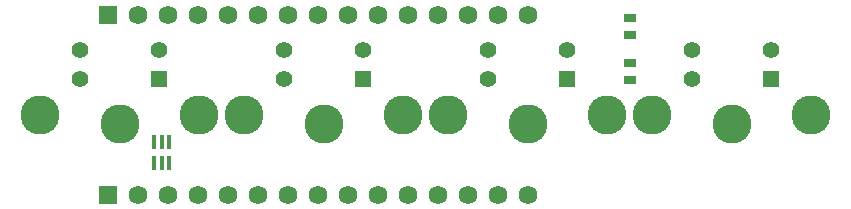
<source format=gbr>
%TF.GenerationSoftware,Altium Limited,Altium Designer,25.6.2 (33)*%
G04 Layer_Color=255*
%FSLAX45Y45*%
%MOMM*%
%TF.SameCoordinates,5DA55B6F-82E9-41E6-B114-64E7E2ADA8B0*%
%TF.FilePolarity,Positive*%
%TF.FileFunction,Pads,Bot*%
%TF.Part,Single*%
G01*
G75*
%TA.AperFunction,ComponentPad*%
%ADD12R,1.39800X1.39800*%
%ADD13C,1.59000*%
%ADD14R,1.59000X1.59000*%
%ADD15C,3.30600*%
%ADD16C,1.39800*%
%TA.AperFunction,SMDPad,CuDef*%
G04:AMPARAMS|DCode=18|XSize=1.2mm|YSize=0.37583mm|CornerRadius=0.18791mm|HoleSize=0mm|Usage=FLASHONLY|Rotation=270.000|XOffset=0mm|YOffset=0mm|HoleType=Round|Shape=RoundedRectangle|*
%AMROUNDEDRECTD18*
21,1,1.20000,0.00000,0,0,270.0*
21,1,0.82417,0.37583,0,0,270.0*
1,1,0.37583,0.00000,-0.41209*
1,1,0.37583,0.00000,0.41209*
1,1,0.37583,0.00000,0.41209*
1,1,0.37583,0.00000,-0.41209*
%
%ADD18ROUNDEDRECTD18*%
G04:AMPARAMS|DCode=19|XSize=1.2mm|YSize=0.37mm|CornerRadius=0.185mm|HoleSize=0mm|Usage=FLASHONLY|Rotation=270.000|XOffset=0mm|YOffset=0mm|HoleType=Round|Shape=RoundedRectangle|*
%AMROUNDEDRECTD19*
21,1,1.20000,0.00000,0,0,270.0*
21,1,0.83000,0.37000,0,0,270.0*
1,1,0.37000,0.00000,-0.41500*
1,1,0.37000,0.00000,0.41500*
1,1,0.37000,0.00000,0.41500*
1,1,0.37000,0.00000,-0.41500*
%
%ADD19ROUNDEDRECTD19*%
%ADD20R,0.37583X1.20000*%
%ADD21R,1.00000X0.80000*%
D12*
X6380200Y1130300D02*
D03*
X4653000D02*
D03*
X2925800D02*
D03*
X1198600D02*
D03*
D13*
X1524000Y152400D02*
D03*
X1778000Y1676400D02*
D03*
X4318000D02*
D03*
X4064000D02*
D03*
X3810000D02*
D03*
X3556000D02*
D03*
X3302000D02*
D03*
X3048000D02*
D03*
X2794000D02*
D03*
X2540000D02*
D03*
X2286000D02*
D03*
X2032000D02*
D03*
X1524000D02*
D03*
X1270000D02*
D03*
X1016000D02*
D03*
X4318000Y152400D02*
D03*
X4064000D02*
D03*
X3810000D02*
D03*
X3556000D02*
D03*
X3302000D02*
D03*
X3048000D02*
D03*
X2794000D02*
D03*
X2540000D02*
D03*
X2286000D02*
D03*
X2032000D02*
D03*
X1778000D02*
D03*
X1270000D02*
D03*
X1016000D02*
D03*
D14*
X762000Y1676400D02*
D03*
Y152400D02*
D03*
D15*
X1539600Y830300D02*
D03*
X187600D02*
D03*
X863600Y749300D02*
D03*
X6045200D02*
D03*
X5369200Y830300D02*
D03*
X6721200D02*
D03*
X4318000Y749300D02*
D03*
X3642000Y830300D02*
D03*
X4994000D02*
D03*
X2590800Y749300D02*
D03*
X1914800Y830300D02*
D03*
X3266800D02*
D03*
D16*
X528600Y1379300D02*
D03*
Y1130300D02*
D03*
X1198600Y1379300D02*
D03*
X6380200D02*
D03*
X5710200Y1130300D02*
D03*
Y1379300D02*
D03*
X4653000D02*
D03*
X3983000Y1130300D02*
D03*
Y1379300D02*
D03*
X2925800D02*
D03*
X2255800Y1130300D02*
D03*
Y1379300D02*
D03*
D18*
X1219200Y594000D02*
D03*
Y420000D02*
D03*
X1284200Y594000D02*
D03*
Y420000D02*
D03*
D19*
X1154200D02*
D03*
D20*
Y594000D02*
D03*
D21*
X5181600Y1268800D02*
D03*
Y1118800D02*
D03*
Y1499800D02*
D03*
Y1649800D02*
D03*
%TF.MD5,ecc9205b0746549373a2d30bed744c02*%
M02*

</source>
